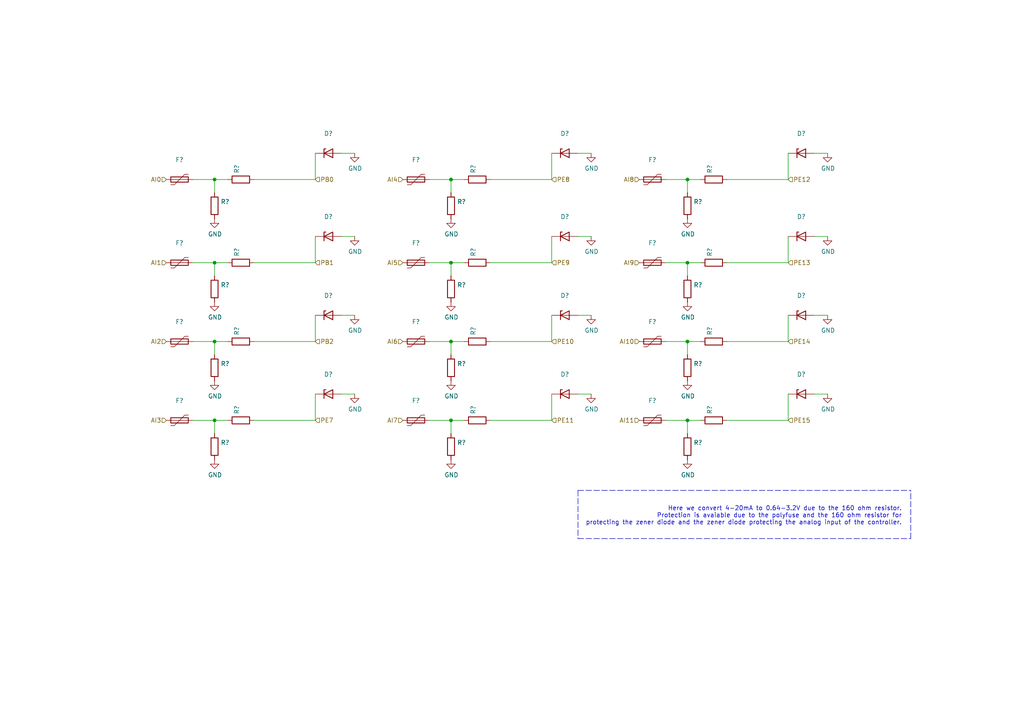
<source format=kicad_sch>
(kicad_sch (version 20211123) (generator eeschema)
  (paper "A4")
  (lib_symbols
    (symbol "DAC-ADC-PWM-IO-rescue:BZX84Cxx-Diode" (pin_numbers hide) (pin_names (offset 1.016) hide)
      (property "Reference" "D" (at 0 2.54 0))
      (property "Value" "BZX84Cxx-Diode" (at 0 -2.54 0))
      (symbol "BZX84Cxx-Diode_0_1"
        (polyline (pts (xy 1.27 0) (xy -1.27 0)))
        (polyline (pts (xy -1.27 -1.27) (xy -1.27 1.27) (xy -0.762 1.27)) (stroke (width 0.254)))
        (polyline (pts (xy 1.27 -1.27) (xy 1.27 1.27) (xy -1.27 0) (xy 1.27 -1.27)) (stroke (width 0.254)))
      )
      (symbol "BZX84Cxx-Diode_1_1"
        (pin passive line (at -3.81 0 0) (length 2.54) (name "K") (number "1"))
        (pin passive line (at 3.81 0 180) (length 2.54) (name "A") (number "2"))
      )
    )
    (symbol "Device:Polyfuse" (pin_numbers hide) (pin_names (offset 0))
      (property "Reference" "F" (at -2.54 0 90))
      (property "Value" "Polyfuse" (at 2.54 0 90))
      (symbol "Polyfuse_0_1"
        (rectangle (start -0.762 2.54) (end 0.762 -2.54) (stroke (width 0.254)))
        (polyline (pts (xy 0 2.54) (xy 0 -2.54)))
        (polyline (pts (xy -1.524 2.54) (xy -1.524 1.524) (xy 1.524 -1.524) (xy 1.524 -2.54)))
      )
      (symbol "Polyfuse_1_1"
        (pin passive line (at 0 3.81 270) (length 1.27) (name "~") (number "1"))
        (pin passive line (at 0 -3.81 90) (length 1.27) (name "~") (number "2"))
      )
    )
    (symbol "Device:R" (pin_numbers hide) (pin_names (offset 0))
      (property "Reference" "R" (at 2.032 0 90))
      (property "Value" "R" (at 0 0 90))
      (symbol "R_0_1"
        (rectangle (start -1.016 -2.54) (end 1.016 2.54) (stroke (width 0.254)))
      )
      (symbol "R_1_1"
        (pin passive line (at 0 3.81 270) (length 1.27) (name "~") (number "1"))
        (pin passive line (at 0 -3.81 90) (length 1.27) (name "~") (number "2"))
      )
    )
    (symbol "power:GND" (power) (pin_names (offset 0))
      (property "Value" "GND" (at 0 -3.81 0))
      (symbol "GND_0_1"
        (polyline (pts (xy 0 0) (xy 0 -1.27) (xy 1.27 -1.27) (xy 0 -2.54) (xy -1.27 -1.27) (xy 0 -1.27)))
      )
      (symbol "GND_1_1"
        (pin power_in line (at 0 0 270) (length 0) hide (name "GND") (number "1"))
      )
    )
  )
  (junction (at 130.81 76.2))
  (junction (at 199.39 52.07))
  (junction (at 62.23 99.06))
  (junction (at 199.39 76.2))
  (junction (at 199.39 121.92))
  (junction (at 130.81 121.92))
  (junction (at 62.23 76.2))
  (junction (at 62.23 52.07))
  (junction (at 199.39 99.06))
  (junction (at 62.23 121.92))
  (junction (at 130.81 99.06))
  (junction (at 130.81 52.07))
  (wire (pts (xy 130.81 102.87) (xy 130.81 99.06)))
  (wire (pts (xy 124.46 121.92) (xy 130.81 121.92)))
  (wire (pts (xy 199.39 76.2) (xy 203.2 76.2)))
  (wire (pts (xy 193.04 99.06) (xy 199.39 99.06)))
  (wire (pts (xy 210.82 76.2) (xy 228.6 76.2)))
  (wire (pts (xy 73.66 121.92) (xy 91.44 121.92)))
  (wire (pts (xy 240.03 44.45) (xy 236.22 44.45)))
  (wire (pts (xy 199.39 80.01) (xy 199.39 76.2)))
  (wire (pts (xy 210.82 52.07) (xy 228.6 52.07)))
  (wire (pts (xy 62.23 125.73) (xy 62.23 121.92)))
  (wire (pts (xy 102.87 114.3) (xy 99.06 114.3)))
  (wire (pts (xy 130.81 80.01) (xy 130.81 76.2)))
  (wire (pts (xy 62.23 99.06) (xy 66.04 99.06)))
  (wire (pts (xy 73.66 76.2) (xy 91.44 76.2)))
  (wire (pts (xy 142.24 99.06) (xy 160.02 99.06)))
  (wire (pts (xy 160.02 114.3) (xy 160.02 121.92)))
  (wire (pts (xy 91.44 114.3) (xy 91.44 121.92)))
  (wire (pts (xy 199.39 55.88) (xy 199.39 52.07)))
  (wire (pts (xy 240.03 114.3) (xy 236.22 114.3)))
  (wire (pts (xy 142.24 76.2) (xy 160.02 76.2)))
  (polyline (pts (xy 264.16 156.21) (xy 264.16 142.24)))
  (wire (pts (xy 91.44 68.58) (xy 91.44 76.2)))
  (wire (pts (xy 240.03 68.58) (xy 236.22 68.58)))
  (wire (pts (xy 102.87 91.44) (xy 99.06 91.44)))
  (wire (pts (xy 199.39 52.07) (xy 203.2 52.07)))
  (wire (pts (xy 91.44 91.44) (xy 91.44 99.06)))
  (wire (pts (xy 62.23 102.87) (xy 62.23 99.06)))
  (wire (pts (xy 130.81 55.88) (xy 130.81 52.07)))
  (polyline (pts (xy 167.64 142.24) (xy 167.64 156.21)))
  (wire (pts (xy 160.02 68.58) (xy 160.02 76.2)))
  (wire (pts (xy 62.23 52.07) (xy 66.04 52.07)))
  (polyline (pts (xy 167.64 142.24) (xy 264.16 142.24)))
  (wire (pts (xy 199.39 99.06) (xy 203.2 99.06)))
  (wire (pts (xy 228.6 114.3) (xy 228.6 121.92)))
  (polyline (pts (xy 167.64 156.21) (xy 264.16 156.21)))
  (wire (pts (xy 240.03 91.44) (xy 236.22 91.44)))
  (wire (pts (xy 130.81 99.06) (xy 134.62 99.06)))
  (wire (pts (xy 171.45 114.3) (xy 167.64 114.3)))
  (wire (pts (xy 130.81 52.07) (xy 134.62 52.07)))
  (wire (pts (xy 160.02 44.45) (xy 160.02 52.07)))
  (wire (pts (xy 62.23 55.88) (xy 62.23 52.07)))
  (wire (pts (xy 171.45 44.45) (xy 167.64 44.45)))
  (wire (pts (xy 171.45 91.44) (xy 167.64 91.44)))
  (wire (pts (xy 160.02 91.44) (xy 160.02 99.06)))
  (wire (pts (xy 210.82 99.06) (xy 228.6 99.06)))
  (wire (pts (xy 55.88 52.07) (xy 62.23 52.07)))
  (wire (pts (xy 55.88 99.06) (xy 62.23 99.06)))
  (wire (pts (xy 91.44 44.45) (xy 91.44 52.07)))
  (wire (pts (xy 193.04 52.07) (xy 199.39 52.07)))
  (wire (pts (xy 102.87 44.45) (xy 99.06 44.45)))
  (wire (pts (xy 62.23 121.92) (xy 66.04 121.92)))
  (wire (pts (xy 193.04 76.2) (xy 199.39 76.2)))
  (wire (pts (xy 228.6 44.45) (xy 228.6 52.07)))
  (wire (pts (xy 62.23 80.01) (xy 62.23 76.2)))
  (wire (pts (xy 171.45 68.58) (xy 167.64 68.58)))
  (wire (pts (xy 142.24 121.92) (xy 160.02 121.92)))
  (wire (pts (xy 130.81 125.73) (xy 130.81 121.92)))
  (wire (pts (xy 199.39 125.73) (xy 199.39 121.92)))
  (wire (pts (xy 124.46 76.2) (xy 130.81 76.2)))
  (wire (pts (xy 73.66 52.07) (xy 91.44 52.07)))
  (wire (pts (xy 142.24 52.07) (xy 160.02 52.07)))
  (wire (pts (xy 124.46 52.07) (xy 130.81 52.07)))
  (wire (pts (xy 55.88 76.2) (xy 62.23 76.2)))
  (wire (pts (xy 228.6 68.58) (xy 228.6 76.2)))
  (wire (pts (xy 73.66 99.06) (xy 91.44 99.06)))
  (wire (pts (xy 102.87 68.58) (xy 99.06 68.58)))
  (wire (pts (xy 193.04 121.92) (xy 199.39 121.92)))
  (wire (pts (xy 124.46 99.06) (xy 130.81 99.06)))
  (wire (pts (xy 55.88 121.92) (xy 62.23 121.92)))
  (wire (pts (xy 199.39 102.87) (xy 199.39 99.06)))
  (wire (pts (xy 228.6 91.44) (xy 228.6 99.06)))
  (wire (pts (xy 130.81 76.2) (xy 134.62 76.2)))
  (wire (pts (xy 62.23 76.2) (xy 66.04 76.2)))
  (wire (pts (xy 210.82 121.92) (xy 228.6 121.92)))
  (wire (pts (xy 199.39 121.92) (xy 203.2 121.92)))
  (wire (pts (xy 130.81 121.92) (xy 134.62 121.92)))
  (text "Here we convert 4-20mA to 0.64-3.2V due to the 160 ohm resistor.\nProtection is avaiable due to the polyfuse and the 160 ohm resistor for\nprotecting the zener diode and the zener diode protecting the analog input of the controller." (at 261.62 152.4 0) (effects (font (size 1.27 1.27)) (justify right bottom)))
  (hierarchical_label "PE12" (shape input) (at 228.6 52.07 0))
  (hierarchical_label "PB2" (shape input) (at 91.44 99.06 0))
  (hierarchical_label "AI9" (shape input) (at 185.42 76.2 180))
  (hierarchical_label "AI7" (shape input) (at 116.84 121.92 180))
  (hierarchical_label "AI11" (shape input) (at 185.42 121.92 180))
  (hierarchical_label "AI8" (shape input) (at 185.42 52.07 180))
  (hierarchical_label "PE10" (shape input) (at 160.02 99.06 0))
  (hierarchical_label "AI2" (shape input) (at 48.26 99.06 180))
  (hierarchical_label "AI3" (shape input) (at 48.26 121.92 180))
  (hierarchical_label "AI5" (shape input) (at 116.84 76.2 180))
  (hierarchical_label "PE9" (shape input) (at 160.02 76.2 0))
  (hierarchical_label "PB1" (shape input) (at 91.44 76.2 0))
  (hierarchical_label "AI0" (shape input) (at 48.26 52.07 180))
  (hierarchical_label "AI4" (shape input) (at 116.84 52.07 180))
  (hierarchical_label "PE11" (shape input) (at 160.02 121.92 0))
  (hierarchical_label "PE7" (shape input) (at 91.44 121.92 0))
  (hierarchical_label "PB0" (shape input) (at 91.44 52.07 0))
  (hierarchical_label "AI6" (shape input) (at 116.84 99.06 180))
  (hierarchical_label "PE8" (shape input) (at 160.02 52.07 0))
  (hierarchical_label "PE14" (shape input) (at 228.6 99.06 0))
  (hierarchical_label "AI10" (shape input) (at 185.42 99.06 180))
  (hierarchical_label "PE13" (shape input) (at 228.6 76.2 0))
  (hierarchical_label "AI1" (shape input) (at 48.26 76.2 180))
  (hierarchical_label "PE15" (shape input) (at 228.6 121.92 0))
  (symbol (lib_id "DAC-ADC-PWM-IO-rescue:BZX84Cxx-Diode") (at 95.25 114.3 0) (unit 1)
    (property "Reference" "D?" (at 95.25 108.585 0))
    (property "Datasheet" "863-BZX84C3V6LT1G" (effects hide))
    (property "LCSC" "C118564" (effects hide))
    (property "Comment" "Köp in lite" (effects hide))
  )
  (symbol (lib_id "Device:R") (at 62.23 129.54 0) (unit 1)
    (property "Reference" "R?" (at 64.008 128.3716 0) (effects (justify left)))
    (property "Datasheet" "660-RK73B1JTTD161J" (effects hide))
    (property "LCSC" "C22814" (effects hide))
    (property "Comment" "Mouser" (effects hide))
  )
  (symbol (lib_id "Device:Polyfuse") (at 52.07 121.92 270) (unit 1)
    (property "Reference" "F?" (at 52.07 116.205 90))
    (property "Datasheet" "530-0ZCM0001FF2G" (effects hide))
    (property "LCSC" "C426238" (effects hide))
    (property "Comment" "Mouser" (effects hide))
  )
  (symbol (lib_id "power:GND") (at 62.23 133.35 0) (unit 1)
    (property "Reference" "#PWR?" (effects hide))
  )
  (symbol (lib_id "power:GND") (at 62.23 110.49 0) (unit 1)
    (property "Reference" "#PWR?" (effects hide))
  )
  (symbol (lib_id "Device:R") (at 62.23 59.69 0) (unit 1)
    (property "Reference" "R?" (at 64.008 58.5216 0) (effects (justify left)))
    (property "Datasheet" "660-RK73B1JTTD161J" (effects hide))
    (property "LCSC" "C22814" (effects hide))
    (property "Comment" "Mouser" (effects hide))
  )
  (symbol (lib_id "Device:Polyfuse") (at 52.07 52.07 270) (unit 1)
    (property "Reference" "F?" (at 52.07 46.355 90))
    (property "Datasheet" "530-0ZCM0001FF2G" (effects hide))
    (property "LCSC" "C426238" (effects hide))
    (property "Comment" "Mouser" (effects hide))
  )
  (symbol (lib_id "power:GND") (at 62.23 63.5 0) (unit 1)
    (property "Reference" "#PWR?" (effects hide))
  )
  (symbol (lib_id "Device:R") (at 62.23 83.82 0) (unit 1)
    (property "Reference" "R?" (at 64.008 82.6516 0) (effects (justify left)))
    (property "Datasheet" "660-RK73B1JTTD161J" (effects hide))
    (property "LCSC" "C22814" (effects hide))
    (property "Comment" "Mouser" (effects hide))
  )
  (symbol (lib_id "Device:Polyfuse") (at 52.07 76.2 270) (unit 1)
    (property "Reference" "F?" (at 52.07 70.485 90))
    (property "Datasheet" "530-0ZCM0001FF2G" (effects hide))
    (property "LCSC" "C426238" (effects hide))
    (property "Comment" "Mouser" (effects hide))
  )
  (symbol (lib_id "Device:R") (at 69.85 76.2 90) (unit 1)
    (property "Reference" "R?" (at 68.6816 74.422 0) (effects (justify left)))
    (property "Datasheet" "660-RK73B1JTTD161J" (effects hide))
    (property "LCSC" "C25804" (effects hide))
    (property "Comment" "Mouser" (effects hide))
  )
  (symbol (lib_id "power:GND") (at 102.87 114.3 0) (unit 1)
    (property "Reference" "#PWR?" (effects hide))
  )
  (symbol (lib_id "power:GND") (at 102.87 91.44 0) (unit 1)
    (property "Reference" "#PWR?" (effects hide))
  )
  (symbol (lib_id "DAC-ADC-PWM-IO-rescue:BZX84Cxx-Diode") (at 95.25 91.44 0) (unit 1)
    (property "Reference" "D?" (at 95.25 85.725 0))
    (property "Datasheet" "863-BZX84C3V6LT1G" (effects hide))
    (property "LCSC" "C118564" (effects hide))
    (property "Comment" "Köp in lite" (effects hide))
  )
  (symbol (lib_id "power:GND") (at 102.87 44.45 0) (unit 1)
    (property "Reference" "#PWR?" (effects hide))
  )
  (symbol (lib_id "DAC-ADC-PWM-IO-rescue:BZX84Cxx-Diode") (at 95.25 44.45 0) (unit 1)
    (property "Reference" "D?" (at 95.25 38.735 0))
    (property "Datasheet" "863-BZX84C3V6LT1G" (effects hide))
    (property "LCSC" "C118564" (effects hide))
    (property "Comment" "Köp in lite" (effects hide))
  )
  (symbol (lib_id "power:GND") (at 102.87 68.58 0) (unit 1)
    (property "Reference" "#PWR?" (effects hide))
  )
  (symbol (lib_id "DAC-ADC-PWM-IO-rescue:BZX84Cxx-Diode") (at 95.25 68.58 0) (unit 1)
    (property "Reference" "D?" (at 95.25 62.865 0))
    (property "Datasheet" "863-BZX84C3V6LT1G" (effects hide))
    (property "LCSC" "C118564" (effects hide))
    (property "Comment" "Köp in lite" (effects hide))
  )
  (symbol (lib_id "Device:R") (at 62.23 106.68 0) (unit 1)
    (property "Reference" "R?" (at 64.008 105.5116 0) (effects (justify left)))
    (property "Datasheet" "660-RK73B1JTTD161J" (effects hide))
    (property "LCSC" "C22814" (effects hide))
    (property "Comment" "Mouser" (effects hide))
  )
  (symbol (lib_id "Device:Polyfuse") (at 52.07 99.06 270) (unit 1)
    (property "Reference" "F?" (at 52.07 93.345 90))
    (property "Datasheet" "530-0ZCM0001FF2G" (effects hide))
    (property "LCSC" "C426238" (effects hide))
    (property "Comment" "Mouser" (effects hide))
  )
  (symbol (lib_id "power:GND") (at 62.23 87.63 0) (unit 1)
    (property "Reference" "#PWR?" (effects hide))
  )
  (symbol (lib_id "Device:R") (at 69.85 52.07 90) (unit 1)
    (property "Reference" "R?" (at 68.6816 50.292 0) (effects (justify left)))
    (property "Datasheet" "660-RK73B1JTTD161J" (effects hide))
    (property "Comment" "Mouser" (effects hide))
  )
  (symbol (lib_id "Device:R") (at 69.85 121.92 90) (unit 1)
    (property "Reference" "R?" (at 68.6816 120.142 0) (effects (justify left)))
    (property "Datasheet" "660-RK73B1JTTD161J" (effects hide))
    (property "Comment" "Mouser" (effects hide))
  )
  (symbol (lib_id "Device:R") (at 69.85 99.06 90) (unit 1)
    (property "Reference" "R?" (at 68.6816 97.282 0) (effects (justify left)))
    (property "Datasheet" "660-RK73B1JTTD161J" (effects hide))
    (property "Comment" "Mouser" (effects hide))
  )
  (symbol (lib_id "Device:R") (at 130.81 129.54 0) (unit 1)
    (property "Reference" "R?" (at 132.588 128.3716 0) (effects (justify left)))
    (property "Datasheet" "660-RK73B1JTTD161J" (effects hide))
    (property "LCSC" "C22814" (effects hide))
    (property "Comment" "Mouser" (effects hide))
  )
  (symbol (lib_id "Device:Polyfuse") (at 120.65 121.92 270) (unit 1)
    (property "Reference" "F?" (at 120.65 116.205 90))
    (property "Datasheet" "530-0ZCM0001FF2G" (effects hide))
    (property "LCSC" "C426238" (effects hide))
    (property "Comment" "Mouser" (effects hide))
  )
  (symbol (lib_id "power:GND") (at 130.81 133.35 0) (unit 1)
    (property "Reference" "#PWR?" (effects hide))
  )
  (symbol (lib_id "Device:R") (at 130.81 106.68 0) (unit 1)
    (property "Reference" "R?" (at 132.588 105.5116 0) (effects (justify left)))
    (property "Datasheet" "660-RK73B1JTTD161J" (effects hide))
    (property "LCSC" "C22814" (effects hide))
    (property "Comment" "Mouser" (effects hide))
  )
  (symbol (lib_id "Device:Polyfuse") (at 120.65 99.06 270) (unit 1)
    (property "Reference" "F?" (at 120.65 93.345 90))
    (property "Datasheet" "530-0ZCM0001FF2G" (effects hide))
    (property "LCSC" "C426238" (effects hide))
    (property "Comment" "Mouser" (effects hide))
  )
  (symbol (lib_id "power:GND") (at 130.81 110.49 0) (unit 1)
    (property "Reference" "#PWR?" (effects hide))
  )
  (symbol (lib_id "Device:R") (at 130.81 59.69 0) (unit 1)
    (property "Reference" "R?" (at 132.588 58.5216 0) (effects (justify left)))
    (property "Datasheet" "660-RK73B1JTTD161J" (effects hide))
    (property "LCSC" "C22814" (effects hide))
    (property "Comment" "Mouser" (effects hide))
  )
  (symbol (lib_id "Device:Polyfuse") (at 120.65 52.07 270) (unit 1)
    (property "Reference" "F?" (at 120.65 46.355 90))
    (property "Datasheet" "530-0ZCM0001FF2G" (effects hide))
    (property "LCSC" "C426238" (effects hide))
    (property "Comment" "Mouser" (effects hide))
  )
  (symbol (lib_id "power:GND") (at 130.81 63.5 0) (unit 1)
    (property "Reference" "#PWR?" (effects hide))
  )
  (symbol (lib_id "Device:R") (at 130.81 83.82 0) (unit 1)
    (property "Reference" "R?" (at 132.588 82.6516 0) (effects (justify left)))
    (property "Datasheet" "660-RK73B1JTTD161J" (effects hide))
    (property "LCSC" "C22814" (effects hide))
    (property "Comment" "Mouser" (effects hide))
  )
  (symbol (lib_id "Device:Polyfuse") (at 120.65 76.2 270) (unit 1)
    (property "Reference" "F?" (at 120.65 70.485 90))
    (property "Datasheet" "530-0ZCM0001FF2G" (effects hide))
    (property "LCSC" "C426238" (effects hide))
    (property "Comment" "Mouser" (effects hide))
  )
  (symbol (lib_id "power:GND") (at 130.81 87.63 0) (unit 1)
    (property "Reference" "#PWR?" (effects hide))
  )
  (symbol (lib_id "power:GND") (at 171.45 114.3 0) (unit 1)
    (property "Reference" "#PWR?" (effects hide))
  )
  (symbol (lib_id "DAC-ADC-PWM-IO-rescue:BZX84Cxx-Diode") (at 163.83 114.3 0) (unit 1)
    (property "Reference" "D?" (at 163.83 108.585 0))
    (property "Datasheet" "863-BZX84C3V6LT1G" (effects hide))
    (property "LCSC" "C118564" (effects hide))
    (property "Comment" "Köp in lite" (effects hide))
  )
  (symbol (lib_id "power:GND") (at 171.45 91.44 0) (unit 1)
    (property "Reference" "#PWR?" (effects hide))
  )
  (symbol (lib_id "DAC-ADC-PWM-IO-rescue:BZX84Cxx-Diode") (at 163.83 91.44 0) (unit 1)
    (property "Reference" "D?" (at 163.83 85.725 0))
    (property "Datasheet" "863-BZX84C3V6LT1G" (effects hide))
    (property "LCSC" "C118564" (effects hide))
    (property "Comment" "Köp in lite" (effects hide))
  )
  (symbol (lib_id "power:GND") (at 171.45 44.45 0) (unit 1)
    (property "Reference" "#PWR?" (effects hide))
  )
  (symbol (lib_id "DAC-ADC-PWM-IO-rescue:BZX84Cxx-Diode") (at 163.83 44.45 0) (unit 1)
    (property "Reference" "D?" (at 163.83 38.735 0))
    (property "Datasheet" "863-BZX84C3V6LT1G" (effects hide))
    (property "LCSC" "C118564" (effects hide))
    (property "Comment" "Köp in lite" (effects hide))
  )
  (symbol (lib_id "power:GND") (at 171.45 68.58 0) (unit 1)
    (property "Reference" "#PWR?" (effects hide))
  )
  (symbol (lib_id "DAC-ADC-PWM-IO-rescue:BZX84Cxx-Diode") (at 163.83 68.58 0) (unit 1)
    (property "Reference" "D?" (at 163.83 62.865 0))
    (property "Datasheet" "863-BZX84C3V6LT1G" (effects hide))
    (property "LCSC" "C118564" (effects hide))
    (property "Comment" "Köp in lite" (effects hide))
  )
  (symbol (lib_id "Device:R") (at 138.43 52.07 90) (unit 1)
    (property "Reference" "R?" (at 137.2616 50.292 0) (effects (justify left)))
    (property "Datasheet" "660-RK73B1JTTD161J" (effects hide))
    (property "Comment" "Mouser" (effects hide))
  )
  (symbol (lib_id "Device:R") (at 138.43 76.2 90) (unit 1)
    (property "Reference" "R?" (at 137.2616 74.422 0) (effects (justify left)))
    (property "Datasheet" "660-RK73B1JTTD161J" (effects hide))
    (property "Comment" "Mouser" (effects hide))
  )
  (symbol (lib_id "Device:R") (at 138.43 121.92 90) (unit 1)
    (property "Reference" "R?" (at 137.2616 120.142 0) (effects (justify left)))
    (property "Datasheet" "660-RK73B1JTTD161J" (effects hide))
    (property "Comment" "Mouser" (effects hide))
  )
  (symbol (lib_id "Device:R") (at 138.43 99.06 90) (unit 1)
    (property "Reference" "R?" (at 137.2616 97.282 0) (effects (justify left)))
    (property "Datasheet" "660-RK73B1JTTD161J" (effects hide))
    (property "Comment" "Mouser" (effects hide))
  )
  (symbol (lib_id "Device:R") (at 199.39 129.54 0) (unit 1)
    (property "Reference" "R?" (at 201.168 128.3716 0) (effects (justify left)))
    (property "Datasheet" "660-RK73B1JTTD161J" (effects hide))
    (property "LCSC" "C22814" (effects hide))
    (property "Comment" "Mouser" (effects hide))
  )
  (symbol (lib_id "Device:Polyfuse") (at 189.23 121.92 270) (unit 1)
    (property "Reference" "F?" (at 189.23 116.205 90))
    (property "Datasheet" "530-0ZCM0001FF2G" (effects hide))
    (property "LCSC" "C426238" (effects hide))
    (property "Comment" "Mouser" (effects hide))
  )
  (symbol (lib_id "power:GND") (at 199.39 133.35 0) (unit 1)
    (property "Reference" "#PWR?" (effects hide))
  )
  (symbol (lib_id "Device:R") (at 199.39 106.68 0) (unit 1)
    (property "Reference" "R?" (at 201.168 105.5116 0) (effects (justify left)))
    (property "Datasheet" "660-RK73B1JTTD161J" (effects hide))
    (property "LCSC" "C22814" (effects hide))
    (property "Comment" "Mouser" (effects hide))
  )
  (symbol (lib_id "Device:Polyfuse") (at 189.23 99.06 270) (unit 1)
    (property "Reference" "F?" (at 189.23 93.345 90))
    (property "Datasheet" "530-0ZCM0001FF2G" (effects hide))
    (property "LCSC" "C426238" (effects hide))
    (property "Comment" "Mouser" (effects hide))
  )
  (symbol (lib_id "power:GND") (at 199.39 110.49 0) (unit 1)
    (property "Reference" "#PWR?" (effects hide))
  )
  (symbol (lib_id "Device:R") (at 199.39 59.69 0) (unit 1)
    (property "Reference" "R?" (at 201.168 58.5216 0) (effects (justify left)))
    (property "Datasheet" "660-RK73B1JTTD161J" (effects hide))
    (property "LCSC" "C22814" (effects hide))
    (property "Comment" "Mouser" (effects hide))
  )
  (symbol (lib_id "Device:Polyfuse") (at 189.23 52.07 270) (unit 1)
    (property "Reference" "F?" (at 189.23 46.355 90))
    (property "Datasheet" "530-0ZCM0001FF2G" (effects hide))
    (property "LCSC" "C426238" (effects hide))
    (property "Comment" "Mouser" (effects hide))
  )
  (symbol (lib_id "power:GND") (at 199.39 63.5 0) (unit 1)
    (property "Reference" "#PWR?" (effects hide))
  )
  (symbol (lib_id "Device:R") (at 199.39 83.82 0) (unit 1)
    (property "Reference" "R?" (at 201.168 82.6516 0) (effects (justify left)))
    (property "Datasheet" "660-RK73B1JTTD161J" (effects hide))
    (property "LCSC" "C22814" (effects hide))
    (property "Comment" "Mouser" (effects hide))
  )
  (symbol (lib_id "Device:Polyfuse") (at 189.23 76.2 270) (unit 1)
    (property "Reference" "F?" (at 189.23 70.485 90))
    (property "Datasheet" "530-0ZCM0001FF2G" (effects hide))
    (property "LCSC" "C426238" (effects hide))
    (property "Comment" "Mouser" (effects hide))
  )
  (symbol (lib_id "power:GND") (at 199.39 87.63 0) (unit 1)
    (property "Reference" "#PWR?" (effects hide))
  )
  (symbol (lib_id "power:GND") (at 240.03 114.3 0) (unit 1)
    (property "Reference" "#PWR?" (effects hide))
  )
  (symbol (lib_id "DAC-ADC-PWM-IO-rescue:BZX84Cxx-Diode") (at 232.41 114.3 0) (unit 1)
    (property "Reference" "D?" (at 232.41 108.585 0))
    (property "Datasheet" "863-BZX84C3V6LT1G" (effects hide))
    (property "LCSC" "C118564" (effects hide))
    (property "Comment" "Köp in lite" (effects hide))
  )
  (symbol (lib_id "power:GND") (at 240.03 91.44 0) (unit 1)
    (property "Reference" "#PWR?" (effects hide))
  )
  (symbol (lib_id "DAC-ADC-PWM-IO-rescue:BZX84Cxx-Diode") (at 232.41 91.44 0) (unit 1)
    (property "Reference" "D?" (at 232.41 85.725 0))
    (property "Datasheet" "863-BZX84C3V6LT1G" (effects hide))
    (property "LCSC" "C118564" (effects hide))
    (property "Comment" "Köp in lite" (effects hide))
  )
  (symbol (lib_id "power:GND") (at 240.03 44.45 0) (unit 1)
    (property "Reference" "#PWR?" (effects hide))
  )
  (symbol (lib_id "DAC-ADC-PWM-IO-rescue:BZX84Cxx-Diode") (at 232.41 44.45 0) (unit 1)
    (property "Reference" "D?" (at 232.41 38.735 0))
    (property "Datasheet" "863-BZX84C3V6LT1G" (effects hide))
    (property "LCSC" "C118564" (effects hide))
    (property "Comment" "Köp in lite" (effects hide))
  )
  (symbol (lib_id "power:GND") (at 240.03 68.58 0) (unit 1)
    (property "Reference" "#PWR?" (effects hide))
  )
  (symbol (lib_id "DAC-ADC-PWM-IO-rescue:BZX84Cxx-Diode") (at 232.41 68.58 0) (unit 1)
    (property "Reference" "D?" (at 232.41 62.865 0))
    (property "Datasheet" "863-BZX84C3V6LT1G" (effects hide))
    (property "LCSC" "C118564" (effects hide))
    (property "Comment" "Köp in lite" (effects hide))
  )
  (symbol (lib_id "Device:R") (at 207.01 52.07 90) (unit 1)
    (property "Reference" "R?" (at 205.8416 50.292 0) (effects (justify left)))
    (property "Datasheet" "660-RK73B1JTTD161J" (effects hide))
    (property "Comment" "Mouser" (effects hide))
  )
  (symbol (lib_id "Device:R") (at 207.01 76.2 90) (unit 1)
    (property "Reference" "R?" (at 205.8416 74.422 0) (effects (justify left)))
    (property "Datasheet" "660-RK73B1JTTD161J" (effects hide))
    (property "Comment" "Mouser" (effects hide))
  )
  (symbol (lib_id "Device:R") (at 207.01 121.92 90) (unit 1)
    (property "Reference" "R?" (at 205.8416 120.142 0) (effects (justify left)))
    (property "Datasheet" "660-RK73B1JTTD161J" (effects hide))
    (property "Comment" "Mouser" (effects hide))
  )
  (symbol (lib_id "Device:R") (at 207.01 99.06 90) (unit 1)
    (property "Reference" "R?" (at 205.8416 97.282 0) (effects (justify left)))
    (property "Datasheet" "660-RK73B1JTTD161J" (effects hide))
    (property "Comment" "Mouser" (effects hide))
  )
)
</source>
